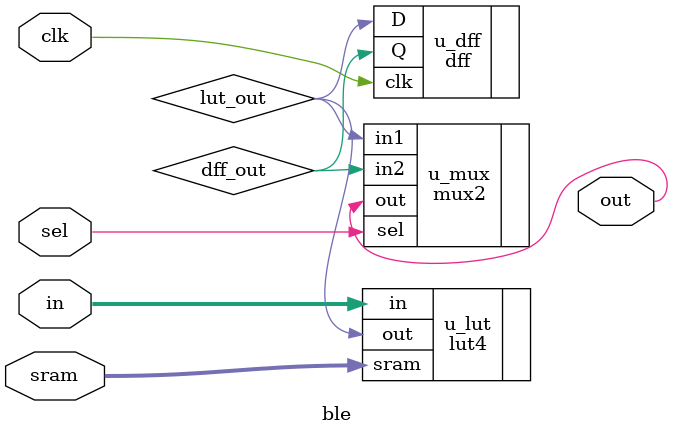
<source format=sv>
module ble (
    input  clk,
    input  [3:0]  in,
    input  [15:0] sram,
    input  sel,
    output out
);

wire   lut_out;
wire   dff_out;

lut4 u_lut (
    .in(in),
    .sram(sram),
    .out(lut_out)
);

dff u_dff (
    .clk(clk),
    .D(lut_out),
    .Q(dff_out)
);

mux2 u_mux (
    .in1(lut_out),
    .in2(dff_out),
    .sel(sel),
    .out(out)
);

endmodule
</source>
